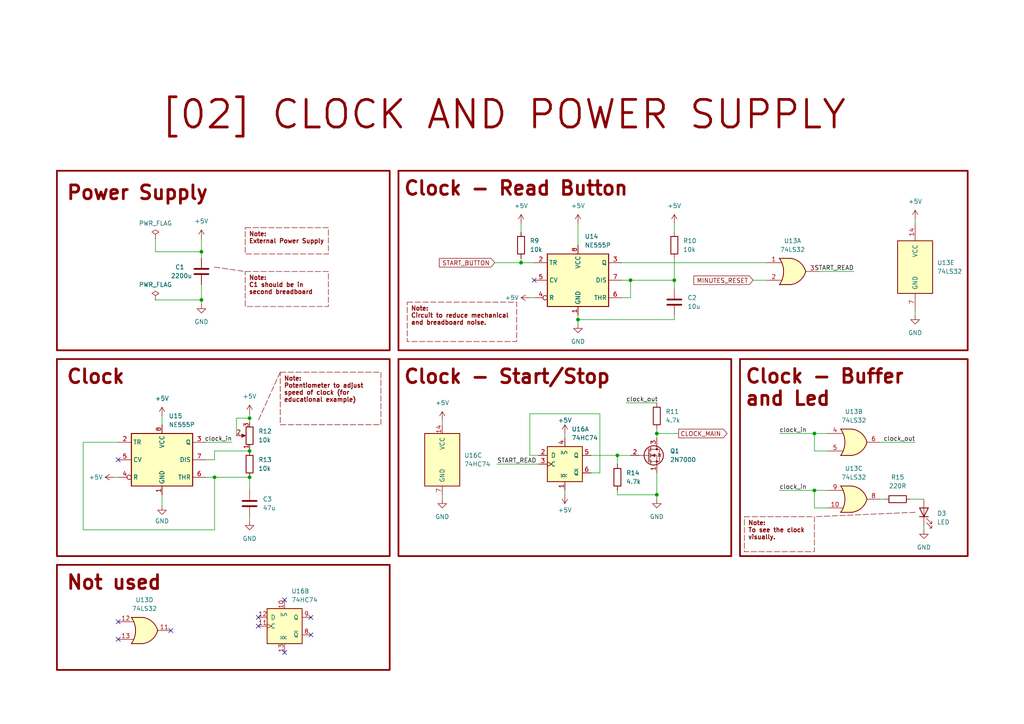
<source format=kicad_sch>
(kicad_sch (version 20230121) (generator eeschema)
  (paper "A4")
  (title_block (title "DIGITAL SCOREBOARD") (rev "1.0") (company "www.slemanz.com"))
  (lib_symbols
    (symbol "74xx:74HC74" (pin_names (offset 1.016))
      (property "Reference" "U" (at -7.62 8.89 0))
      (property "Value" "74HC74" (at -7.62 -8.89 0))
      (symbol "74HC74_1_0"
        (pin input line (at 0 -7.62 90) (length 2.54) (name "~{R}") (number "1"))
        (pin input line (at -7.62 2.54 0) (length 2.54) (name "D") (number "2"))
        (pin input clock (at -7.62 0 0) (length 2.54) (name "C") (number "3"))
        (pin input line (at 0 7.62 270) (length 2.54) (name "~{S}") (number "4"))
        (pin output line (at 7.62 2.54 180) (length 2.54) (name "Q") (number "5"))
        (pin output line (at 7.62 -2.54 180) (length 2.54) (name "~{Q}") (number "6"))
      )
      (symbol "74HC74_1_1"
        (rectangle (start -5.08 5.08) (end 5.08 -5.08) (stroke (width 0.254)) (fill (type background)))
      )
      (symbol "74HC74_2_0"
        (pin input line (at 0 7.62 270) (length 2.54) (name "~{S}") (number "10"))
        (pin input clock (at -7.62 0 0) (length 2.54) (name "C") (number "11"))
        (pin input line (at -7.62 2.54 0) (length 2.54) (name "D") (number "12"))
        (pin input line (at 0 -7.62 90) (length 2.54) (name "~{R}") (number "13"))
        (pin output line (at 7.62 -2.54 180) (length 2.54) (name "~{Q}") (number "8"))
        (pin output line (at 7.62 2.54 180) (length 2.54) (name "Q") (number "9"))
      )
      (symbol "74HC74_2_1"
        (rectangle (start -5.08 5.08) (end 5.08 -5.08) (stroke (width 0.254)) (fill (type background)))
      )
      (symbol "74HC74_3_0"
        (pin power_in line (at 0 10.16 270) (length 2.54) (name "VCC") (number "14"))
        (pin power_in line (at 0 -10.16 90) (length 2.54) (name "GND") (number "7"))
      )
      (symbol "74HC74_3_1"
        (rectangle (start -5.08 7.62) (end 5.08 -7.62) (stroke (width 0.254)) (fill (type background)))
      )
    )
    (symbol "74xx:74LS32" (pin_names (offset 1.016))
      (property "Reference" "U" (at 0 1.27 0))
      (property "Value" "74LS32" (at 0 -1.27 0))
      (symbol "74LS32_1_1"
        (arc (start -3.81 -3.81) (mid -2.589 0) (end -3.81 3.81) (stroke (width 0.254)))
        (arc (start -0.6096 -3.81) (mid 2.1842 -2.5851) (end 3.81 0) (stroke (width 0.254)) (fill (type background)))
        (polyline (pts (xy -3.81 -3.81) (xy -0.635 -3.81)) (stroke (width 0.254)) (fill (type background)))
        (polyline (pts (xy -3.81 3.81) (xy -0.635 3.81)) (stroke (width 0.254)) (fill (type background)))
        (polyline (pts (xy -0.635 3.81) (xy -3.81 3.81) (xy -3.81 3.81) (xy -3.556 3.4036) (xy -3.0226 2.2606) (xy -2.6924 1.0414) (xy -2.6162 -0.254) (xy -2.7686 -1.4986) (xy -3.175 -2.7178) (xy -3.81 -3.81) (xy -3.81 -3.81) (xy -0.635 -3.81)) (stroke (width -25.4)) (fill (type background)))
        (arc (start 3.81 0) (mid 2.1915 2.5936) (end -0.6096 3.81) (stroke (width 0.254)) (fill (type background)))
        (pin input line (at -7.62 2.54 0) (length 4.318) (name "~") (number "1"))
        (pin input line (at -7.62 -2.54 0) (length 4.318) (name "~") (number "2"))
        (pin output line (at 7.62 0 180) (length 3.81) (name "~") (number "3"))
      )
      (symbol "74LS32_1_2"
        (arc (start 0 -3.81) (mid 3.7934 0) (end 0 3.81) (stroke (width 0.254)) (fill (type background)))
        (polyline (pts (xy 0 3.81) (xy -3.81 3.81) (xy -3.81 -3.81) (xy 0 -3.81)) (stroke (width 0.254)) (fill (type background)))
        (pin input inverted (at -7.62 2.54 0) (length 3.81) (name "~") (number "1"))
        (pin input inverted (at -7.62 -2.54 0) (length 3.81) (name "~") (number "2"))
        (pin output inverted (at 7.62 0 180) (length 3.81) (name "~") (number "3"))
      )
      (symbol "74LS32_2_1"
        (arc (start -3.81 -3.81) (mid -2.589 0) (end -3.81 3.81) (stroke (width 0.254)))
        (arc (start -0.6096 -3.81) (mid 2.1842 -2.5851) (end 3.81 0) (stroke (width 0.254)) (fill (type background)))
        (polyline (pts (xy -3.81 -3.81) (xy -0.635 -3.81)) (stroke (width 0.254)) (fill (type background)))
        (polyline (pts (xy -3.81 3.81) (xy -0.635 3.81)) (stroke (width 0.254)) (fill (type background)))
        (polyline (pts (xy -0.635 3.81) (xy -3.81 3.81) (xy -3.81 3.81) (xy -3.556 3.4036) (xy -3.0226 2.2606) (xy -2.6924 1.0414) (xy -2.6162 -0.254) (xy -2.7686 -1.4986) (xy -3.175 -2.7178) (xy -3.81 -3.81) (xy -3.81 -3.81) (xy -0.635 -3.81)) (stroke (width -25.4)) (fill (type background)))
        (arc (start 3.81 0) (mid 2.1915 2.5936) (end -0.6096 3.81) (stroke (width 0.254)) (fill (type background)))
        (pin input line (at -7.62 2.54 0) (length 4.318) (name "~") (number "4"))
        (pin input line (at -7.62 -2.54 0) (length 4.318) (name "~") (number "5"))
        (pin output line (at 7.62 0 180) (length 3.81) (name "~") (number "6"))
      )
      (symbol "74LS32_2_2"
        (arc (start 0 -3.81) (mid 3.7934 0) (end 0 3.81) (stroke (width 0.254)) (fill (type background)))
        (polyline (pts (xy 0 3.81) (xy -3.81 3.81) (xy -3.81 -3.81) (xy 0 -3.81)) (stroke (width 0.254)) (fill (type background)))
        (pin input inverted (at -7.62 2.54 0) (length 3.81) (name "~") (number "4"))
        (pin input inverted (at -7.62 -2.54 0) (length 3.81) (name "~") (number "5"))
        (pin output inverted (at 7.62 0 180) (length 3.81) (name "~") (number "6"))
      )
      (symbol "74LS32_3_1"
        (arc (start -3.81 -3.81) (mid -2.589 0) (end -3.81 3.81) (stroke (width 0.254)))
        (arc (start -0.6096 -3.81) (mid 2.1842 -2.5851) (end 3.81 0) (stroke (width 0.254)) (fill (type background)))
        (polyline (pts (xy -3.81 -3.81) (xy -0.635 -3.81)) (stroke (width 0.254)) (fill (type background)))
        (polyline (pts (xy -3.81 3.81) (xy -0.635 3.81)) (stroke (width 0.254)) (fill (type background)))
        (polyline (pts (xy -0.635 3.81) (xy -3.81 3.81) (xy -3.81 3.81) (xy -3.556 3.4036) (xy -3.0226 2.2606) (xy -2.6924 1.0414) (xy -2.6162 -0.254) (xy -2.7686 -1.4986) (xy -3.175 -2.7178) (xy -3.81 -3.81) (xy -3.81 -3.81) (xy -0.635 -3.81)) (stroke (width -25.4)) (fill (type background)))
        (arc (start 3.81 0) (mid 2.1915 2.5936) (end -0.6096 3.81) (stroke (width 0.254)) (fill (type background)))
        (pin input line (at -7.62 -2.54 0) (length 4.318) (name "~") (number "10"))
        (pin output line (at 7.62 0 180) (length 3.81) (name "~") (number "8"))
        (pin input line (at -7.62 2.54 0) (length 4.318) (name "~") (number "9"))
      )
      (symbol "74LS32_3_2"
        (arc (start 0 -3.81) (mid 3.7934 0) (end 0 3.81) (stroke (width 0.254)) (fill (type background)))
        (polyline (pts (xy 0 3.81) (xy -3.81 3.81) (xy -3.81 -3.81) (xy 0 -3.81)) (stroke (width 0.254)) (fill (type background)))
        (pin input inverted (at -7.62 -2.54 0) (length 3.81) (name "~") (number "10"))
        (pin output inverted (at 7.62 0 180) (length 3.81) (name "~") (number "8"))
        (pin input inverted (at -7.62 2.54 0) (length 3.81) (name "~") (number "9"))
      )
      (symbol "74LS32_4_1"
        (arc (start -3.81 -3.81) (mid -2.589 0) (end -3.81 3.81) (stroke (width 0.254)))
        (arc (start -0.6096 -3.81) (mid 2.1842 -2.5851) (end 3.81 0) (stroke (width 0.254)) (fill (type background)))
        (polyline (pts (xy -3.81 -3.81) (xy -0.635 -3.81)) (stroke (width 0.254)) (fill (type background)))
        (polyline (pts (xy -3.81 3.81) (xy -0.635 3.81)) (stroke (width 0.254)) (fill (type background)))
        (polyline (pts (xy -0.635 3.81) (xy -3.81 3.81) (xy -3.81 3.81) (xy -3.556 3.4036) (xy -3.0226 2.2606) (xy -2.6924 1.0414) (xy -2.6162 -0.254) (xy -2.7686 -1.4986) (xy -3.175 -2.7178) (xy -3.81 -3.81) (xy -3.81 -3.81) (xy -0.635 -3.81)) (stroke (width -25.4)) (fill (type background)))
        (arc (start 3.81 0) (mid 2.1915 2.5936) (end -0.6096 3.81) (stroke (width 0.254)) (fill (type background)))
        (pin output line (at 7.62 0 180) (length 3.81) (name "~") (number "11"))
        (pin input line (at -7.62 2.54 0) (length 4.318) (name "~") (number "12"))
        (pin input line (at -7.62 -2.54 0) (length 4.318) (name "~") (number "13"))
      )
      (symbol "74LS32_4_2"
        (arc (start 0 -3.81) (mid 3.7934 0) (end 0 3.81) (stroke (width 0.254)) (fill (type background)))
        (polyline (pts (xy 0 3.81) (xy -3.81 3.81) (xy -3.81 -3.81) (xy 0 -3.81)) (stroke (width 0.254)) (fill (type background)))
        (pin output inverted (at 7.62 0 180) (length 3.81) (name "~") (number "11"))
        (pin input inverted (at -7.62 2.54 0) (length 3.81) (name "~") (number "12"))
        (pin input inverted (at -7.62 -2.54 0) (length 3.81) (name "~") (number "13"))
      )
      (symbol "74LS32_5_0"
        (pin power_in line (at 0 12.7 270) (length 5.08) (name "VCC") (number "14"))
        (pin power_in line (at 0 -12.7 90) (length 5.08) (name "GND") (number "7"))
      )
      (symbol "74LS32_5_1"
        (rectangle (start -5.08 7.62) (end 5.08 -7.62) (stroke (width 0.254)) (fill (type background)))
      )
    )
    (symbol "Device:C" (pin_numbers hide) (pin_names (offset 0.254))
      (property "Reference" "C" (at 0.635 2.54 0))
      (property "Value" "C" (at 0.635 -2.54 0))
      (symbol "C_0_1"
        (polyline (pts (xy -2.032 -0.762) (xy 2.032 -0.762)) (stroke (width 0.508)))
        (polyline (pts (xy -2.032 0.762) (xy 2.032 0.762)) (stroke (width 0.508)))
      )
      (symbol "C_1_1"
        (pin passive line (at 0 3.81 270) (length 2.794) (name "~") (number "1"))
        (pin passive line (at 0 -3.81 90) (length 2.794) (name "~") (number "2"))
      )
    )
    (symbol "Device:LED" (pin_numbers hide) (pin_names (offset 1.016) hide)
      (property "Reference" "D" (at 0 2.54 0))
      (property "Value" "LED" (at 0 -2.54 0))
      (symbol "LED_0_1"
        (polyline (pts (xy -1.27 -1.27) (xy -1.27 1.27)) (stroke (width 0.254)))
        (polyline (pts (xy -1.27 0) (xy 1.27 0)))
        (polyline (pts (xy 1.27 -1.27) (xy 1.27 1.27) (xy -1.27 0) (xy 1.27 -1.27)) (stroke (width 0.254)))
        (polyline (pts (xy -3.048 -0.762) (xy -4.572 -2.286) (xy -3.81 -2.286) (xy -4.572 -2.286) (xy -4.572 -1.524)))
        (polyline (pts (xy -1.778 -0.762) (xy -3.302 -2.286) (xy -2.54 -2.286) (xy -3.302 -2.286) (xy -3.302 -1.524)))
      )
      (symbol "LED_1_1"
        (pin passive line (at -3.81 0 0) (length 2.54) (name "K") (number "1"))
        (pin passive line (at 3.81 0 180) (length 2.54) (name "A") (number "2"))
      )
    )
    (symbol "Device:R" (pin_numbers hide) (pin_names (offset 0))
      (property "Reference" "R" (at 2.032 0 90))
      (property "Value" "R" (at 0 0 90))
      (symbol "R_0_1"
        (rectangle (start -1.016 -2.54) (end 1.016 2.54) (stroke (width 0.254)))
      )
      (symbol "R_1_1"
        (pin passive line (at 0 3.81 270) (length 1.27) (name "~") (number "1"))
        (pin passive line (at 0 -3.81 90) (length 1.27) (name "~") (number "2"))
      )
    )
    (symbol "Device:R_Potentiometer" (pin_names (offset 1.016) hide)
      (property "Reference" "RV" (at -4.445 0 90))
      (property "Value" "R_Potentiometer" (at -2.54 0 90))
      (symbol "R_Potentiometer_0_1"
        (polyline (pts (xy 2.54 0) (xy 1.524 0)))
        (polyline (pts (xy 1.143 0) (xy 2.286 0.508) (xy 2.286 -0.508) (xy 1.143 0)) (fill (type outline)))
        (rectangle (start 1.016 2.54) (end -1.016 -2.54) (stroke (width 0.254)))
      )
      (symbol "R_Potentiometer_1_1"
        (pin passive line (at 0 3.81 270) (length 1.27) (name "1") (number "1"))
        (pin passive line (at 3.81 0 180) (length 1.27) (name "2") (number "2"))
        (pin passive line (at 0 -3.81 90) (length 1.27) (name "3") (number "3"))
      )
    )
    (symbol "Timer:NE555P"
      (property "Reference" "U" (at -10.16 8.89 0))
      (property "Value" "NE555P" (at 2.54 8.89 0))
      (symbol "NE555P_0_0"
        (pin power_in line (at 0 -10.16 90) (length 2.54) (name "GND") (number "1"))
        (pin power_in line (at 0 10.16 270) (length 2.54) (name "VCC") (number "8"))
      )
      (symbol "NE555P_0_1"
        (rectangle (start -8.89 -7.62) (end 8.89 7.62) (stroke (width 0.254)) (fill (type background)))
        (rectangle (start -8.89 -7.62) (end 8.89 7.62) (stroke (width 0.254)) (fill (type background)))
      )
      (symbol "NE555P_1_1"
        (pin input line (at -12.7 5.08 0) (length 3.81) (name "TR") (number "2"))
        (pin output line (at 12.7 5.08 180) (length 3.81) (name "Q") (number "3"))
        (pin input inverted (at -12.7 -5.08 0) (length 3.81) (name "R") (number "4"))
        (pin input line (at -12.7 0 0) (length 3.81) (name "CV") (number "5"))
        (pin input line (at 12.7 -5.08 180) (length 3.81) (name "THR") (number "6"))
        (pin input line (at 12.7 0 180) (length 3.81) (name "DIS") (number "7"))
      )
    )
    (symbol "Transistor_FET:2N7000" (pin_names hide)
      (property "Reference" "Q" (at 5.08 1.905 0))
      (property "Value" "2N7000" (at 5.08 0 0))
      (symbol "2N7000_0_1"
        (polyline (pts (xy 0.254 0) (xy -2.54 0)))
        (polyline (pts (xy 0.254 1.905) (xy 0.254 -1.905)) (stroke (width 0.254)))
        (polyline (pts (xy 0.762 -1.27) (xy 0.762 -2.286)) (stroke (width 0.254)))
        (polyline (pts (xy 0.762 0.508) (xy 0.762 -0.508)) (stroke (width 0.254)))
        (polyline (pts (xy 0.762 2.286) (xy 0.762 1.27)) (stroke (width 0.254)))
        (polyline (pts (xy 2.54 2.54) (xy 2.54 1.778)))
        (polyline (pts (xy 2.54 -2.54) (xy 2.54 0) (xy 0.762 0)))
        (polyline (pts (xy 0.762 -1.778) (xy 3.302 -1.778) (xy 3.302 1.778) (xy 0.762 1.778)))
        (polyline (pts (xy 1.016 0) (xy 2.032 0.381) (xy 2.032 -0.381) (xy 1.016 0)) (fill (type outline)))
        (polyline (pts (xy 2.794 0.508) (xy 2.921 0.381) (xy 3.683 0.381) (xy 3.81 0.254)))
        (polyline (pts (xy 3.302 0.381) (xy 2.921 -0.254) (xy 3.683 -0.254) (xy 3.302 0.381)))
        (circle (center 1.651 0) (radius 2.794) (stroke (width 0.254)))
        (circle (center 2.54 -1.778) (radius 0.254) (fill (type outline)))
        (circle (center 2.54 1.778) (radius 0.254) (fill (type outline)))
      )
      (symbol "2N7000_1_1"
        (pin passive line (at 2.54 -5.08 90) (length 2.54) (name "S") (number "1"))
        (pin input line (at -5.08 0 0) (length 2.54) (name "G") (number "2"))
        (pin passive line (at 2.54 5.08 270) (length 2.54) (name "D") (number "3"))
      )
    )
    (symbol "power:+5V" (power) (pin_names (offset 0))
      (property "Value" "+5V" (at 0 3.556 0))
      (symbol "+5V_0_1"
        (polyline (pts (xy -0.762 1.27) (xy 0 2.54)))
        (polyline (pts (xy 0 0) (xy 0 2.54)))
        (polyline (pts (xy 0 2.54) (xy 0.762 1.27)))
      )
      (symbol "+5V_1_1"
        (pin power_in line (at 0 0 90) (length 0) hide (name "+5V") (number "1"))
      )
    )
    (symbol "power:GND" (power) (pin_names (offset 0))
      (property "Value" "GND" (at 0 -3.81 0))
      (symbol "GND_0_1"
        (polyline (pts (xy 0 0) (xy 0 -1.27) (xy 1.27 -1.27) (xy 0 -2.54) (xy -1.27 -1.27) (xy 0 -1.27)))
      )
      (symbol "GND_1_1"
        (pin power_in line (at 0 0 270) (length 0) hide (name "GND") (number "1"))
      )
    )
    (symbol "power:PWR_FLAG" (power) (pin_numbers hide) (pin_names (offset 0) hide)
      (property "Value" "PWR_FLAG" (at 0 3.81 0))
      (symbol "PWR_FLAG_0_0"
        (pin power_out line (at 0 0 90) (length 0) (name "pwr") (number "1"))
      )
      (symbol "PWR_FLAG_0_1"
        (polyline (pts (xy 0 0) (xy 0 1.27) (xy -1.016 1.905) (xy 0 2.54) (xy 1.016 1.905) (xy 0 1.27)))
      )
    )
  )
  (junction (at 58.42 73.025))
  (junction (at 151.13 76.2))
  (junction (at 190.5 143.51))
  (junction (at 236.22 125.73))
  (junction (at 182.88 81.28))
  (junction (at 236.22 142.24))
  (junction (at 72.39 138.43))
  (junction (at 167.64 92.71))
  (junction (at 179.07 132.08))
  (junction (at 190.5 125.73))
  (junction (at 58.42 86.995))
  (junction (at 72.39 121.285))
  (junction (at 62.23 138.43))
  (junction (at 72.39 130.81))
  (junction (at 195.58 81.28))
  (no_connect (at 49.53 182.88))
  (no_connect (at 90.17 179.07))
  (no_connect (at 74.93 181.61))
  (no_connect (at 34.29 180.34))
  (no_connect (at 82.55 189.23))
  (no_connect (at 34.29 185.42))
  (no_connect (at 82.55 173.99))
  (no_connect (at 74.93 179.07))
  (no_connect (at 34.29 133.35))
  (no_connect (at 90.17 184.15))
  (no_connect (at 154.94 81.28))
  (wire (pts (xy 72.39 138.43) (xy 72.39 142.24)))
  (wire (pts (xy 267.97 152.4) (xy 267.97 153.67)))
  (wire (pts (xy 72.39 120.015) (xy 72.39 121.285)))
  (wire (pts (xy 45.085 86.995) (xy 58.42 86.995)))
  (wire (pts (xy 167.64 92.71) (xy 167.64 91.44)))
  (wire (pts (xy 128.27 143.51) (xy 128.27 144.78)))
  (wire (pts (xy 255.27 144.78) (xy 256.54 144.78)))
  (wire (pts (xy 72.39 149.86) (xy 72.39 151.13)))
  (wire (pts (xy 59.69 133.35) (xy 62.23 133.35)))
  (wire (pts (xy 195.58 92.71) (xy 195.58 91.44)))
  (wire (pts (xy 34.29 128.27) (xy 24.13 128.27)))
  (wire (pts (xy 181.61 116.84) (xy 190.5 116.84)))
  (wire (pts (xy 167.64 64.77) (xy 167.64 71.12)))
  (wire (pts (xy 179.07 142.24) (xy 179.07 143.51)))
  (wire (pts (xy 68.58 121.285) (xy 72.39 121.285)))
  (wire (pts (xy 190.5 125.73) (xy 196.85 125.73)))
  (wire (pts (xy 46.99 143.51) (xy 46.99 146.685)))
  (wire (pts (xy 236.22 142.24) (xy 236.22 147.32)))
  (wire (pts (xy 190.5 143.51) (xy 190.5 144.78)))
  (wire (pts (xy 265.43 90.17) (xy 265.43 91.44)))
  (wire (pts (xy 218.44 81.28) (xy 222.25 81.28)))
  (wire (pts (xy 46.99 120.65) (xy 46.99 123.19)))
  (wire (pts (xy 153.67 86.36) (xy 154.94 86.36)))
  (wire (pts (xy 195.58 64.77) (xy 195.58 67.31)))
  (wire (pts (xy 236.22 142.24) (xy 226.06 142.24)))
  (wire (pts (xy 236.22 125.73) (xy 226.06 125.73)))
  (wire (pts (xy 182.88 81.28) (xy 180.34 81.28)))
  (wire (pts (xy 171.45 132.08) (xy 179.07 132.08)))
  (wire (pts (xy 182.88 86.36) (xy 182.88 81.28)))
  (wire (pts (xy 72.39 121.285) (xy 72.39 122.555)))
  (wire (pts (xy 190.5 143.51) (xy 190.5 137.16)))
  (wire (pts (xy 128.27 121.92) (xy 128.27 123.19)))
  (wire (pts (xy 265.43 63.5) (xy 265.43 64.77)))
  (wire (pts (xy 264.16 144.78) (xy 267.97 144.78)))
  (wire (pts (xy 255.27 128.27) (xy 265.43 128.27)))
  (wire (pts (xy 58.42 73.025) (xy 58.42 74.93)))
  (wire (pts (xy 237.49 78.74) (xy 247.65 78.74)))
  (wire (pts (xy 62.23 138.43) (xy 62.23 153.67)))
  (wire (pts (xy 144.145 134.62) (xy 156.21 134.62)))
  (wire (pts (xy 62.23 133.35) (xy 62.23 130.81)))
  (wire (pts (xy 153.67 132.08) (xy 153.67 120.015)))
  (wire (pts (xy 240.03 125.73) (xy 236.22 125.73)))
  (polyline (pts (xy 81.28 107.95) (xy 74.93 121.92)) (stroke (width 0.15) (type dash) (color 132 0 0 1)))
  (wire (pts (xy 180.34 86.36) (xy 182.88 86.36)))
  (wire (pts (xy 236.22 125.73) (xy 236.22 130.81)))
  (wire (pts (xy 45.085 73.025) (xy 45.085 69.215)))
  (wire (pts (xy 58.42 73.025) (xy 45.085 73.025)))
  (wire (pts (xy 163.83 142.24) (xy 163.83 143.51)))
  (wire (pts (xy 59.69 138.43) (xy 62.23 138.43)))
  (wire (pts (xy 195.58 74.93) (xy 195.58 81.28)))
  (wire (pts (xy 72.39 130.175) (xy 72.39 130.81)))
  (wire (pts (xy 190.5 124.46) (xy 190.5 125.73)))
  (wire (pts (xy 58.42 86.995) (xy 58.42 88.265)))
  (wire (pts (xy 151.13 64.77) (xy 151.13 67.31)))
  (wire (pts (xy 236.22 147.32) (xy 240.03 147.32)))
  (polyline (pts (xy 265.43 148.59) (xy 236.22 149.86)) (stroke (width 0.15) (type dash) (color 132 0 0 1)))
  (wire (pts (xy 195.58 81.28) (xy 195.58 83.82)))
  (wire (pts (xy 240.03 142.24) (xy 236.22 142.24)))
  (wire (pts (xy 151.13 74.93) (xy 151.13 76.2)))
  (wire (pts (xy 24.13 153.67) (xy 62.23 153.67)))
  (wire (pts (xy 180.34 76.2) (xy 222.25 76.2)))
  (wire (pts (xy 62.23 138.43) (xy 72.39 138.43)))
  (wire (pts (xy 179.07 132.08) (xy 179.07 134.62)))
  (polyline (pts (xy 62.23 77.47) (xy 71.12 78.74)) (stroke (width 0.15) (type dash) (color 132 0 0 1)))
  (wire (pts (xy 24.13 128.27) (xy 24.13 153.67)))
  (wire (pts (xy 179.07 132.08) (xy 182.88 132.08)))
  (wire (pts (xy 58.42 69.215) (xy 58.42 73.025)))
  (wire (pts (xy 59.69 128.27) (xy 67.31 128.27)))
  (wire (pts (xy 151.13 76.2) (xy 154.94 76.2)))
  (wire (pts (xy 167.64 92.71) (xy 167.64 93.98)))
  (wire (pts (xy 62.23 130.81) (xy 72.39 130.81)))
  (wire (pts (xy 179.07 143.51) (xy 190.5 143.51)))
  (wire (pts (xy 33.02 138.43) (xy 34.29 138.43)))
  (wire (pts (xy 173.99 137.16) (xy 171.45 137.16)))
  (wire (pts (xy 153.67 120.015) (xy 173.99 120.015)))
  (wire (pts (xy 163.83 127) (xy 163.83 125.73)))
  (wire (pts (xy 236.22 130.81) (xy 240.03 130.81)))
  (wire (pts (xy 143.51 76.2) (xy 151.13 76.2)))
  (wire (pts (xy 173.99 120.015) (xy 173.99 137.16)))
  (wire (pts (xy 190.5 125.73) (xy 190.5 127)))
  (wire (pts (xy 156.21 132.08) (xy 153.67 132.08)))
  (wire (pts (xy 68.58 126.365) (xy 68.58 121.285)))
  (wire (pts (xy 182.88 81.28) (xy 195.58 81.28)))
  (wire (pts (xy 58.42 82.55) (xy 58.42 86.995)))
  (wire (pts (xy 167.64 92.71) (xy 195.58 92.71)))
  (rectangle (start 115.57 104.14) (end 212.09 161.29) (stroke (width 0.5) (color 132 0 0 1)))
  (rectangle (start 16.51 49.53) (end 113.03 101.6) (stroke (width 0.5) (color 132 0 0 1)))
  (rectangle (start 115.57 49.53) (end 280.67 101.6) (stroke (width 0.5) (color 132 0 0 1)))
  (rectangle (start 16.51 163.83) (end 113.03 194.31) (stroke (width 0.5) (color 132 0 0 1)))
  (rectangle (start 214.63 104.14) (end 280.67 161.29) (stroke (width 0.5) (color 132 0 0 1)))
  (rectangle (start 16.51 104.14) (end 113.03 161.29) (stroke (width 0.5) (color 132 0 0 1)))
  (text_box "Note:\nCircuit to reduce mechanical and breadboard noise." (at 118.11 87.63 0) (size 31.75 11.43) (stroke (width 0.15) (type dash) (color 132 0 0 1)) (effects (font (size 1.27 1.27) (thickness 0.254) bold) (justify left top)))
  (text_box "Note:\nPotentiometer to adjust speed of clock (for educational example)" (at 81.28 107.95 0) (size 29.21 15.24) (stroke (width 0.15) (type dash) (color 132 0 0 1)) (effects (font (size 1.27 1.27) (thickness 0.254) bold) (justify left top)))
  (text_box "Note:\nExternal Power Supply" (at 71.12 66.04 0) (size 24.13 7.62) (stroke (width 0.15) (type dash) (color 132 0 0 1)) (effects (font (size 1.27 1.27) (thickness 0.254) bold) (justify left top)))
  (text_box "Note:\nC1 should be in second breadboard" (at 71.12 78.74 0) (size 24.13 10.16) (stroke (width 0.15) (type dash) (color 132 0 0 1)) (effects (font (size 1.27 1.27) (thickness 0.254) bold) (justify left top)))
  (text_box "Note:\nTo see the clock visually." (at 215.9 149.86 0) (size 20.32 10.16) (stroke (width 0.15) (type dash) (color 132 0 0 1)) (effects (font (size 1.27 1.27) (thickness 0.254) bold) (justify left top)))
  (text "Power Supply" (at 19.05 58.42 0) (effects (font (size 4 4) (thickness 0.8) bold) (justify left bottom)))
  (text "Not used" (at 19.05 171.45 0) (effects (font (size 4 4) (thickness 0.8) bold) (justify left bottom)))
  (text "Clock - Buffer\nand Led" (at 215.9 118.11 0) (effects (font (size 4 4) (thickness 0.8) bold) (justify left bottom)))
  (text "Clock" (at 19.05 111.76 0) (effects (font (size 4 4) (thickness 0.8) bold) (justify left bottom)))
  (text "[02] CLOCK AND POWER SUPPLY" (at 46.355 38.1 0) (effects (font (size 8 8) (thickness 0.8) bold) (justify left bottom)))
  (text "Clock - Start/Stop" (at 116.84 111.76 0) (effects (font (size 4 4) (thickness 0.8) bold) (justify left bottom)))
  (text "Clock - Read Button" (at 116.84 57.15 0) (effects (font (size 4 4) (thickness 0.8) bold) (justify left bottom)))
  (label "clock_in" (at 226.06 142.24 0))
  (label "clock_in" (at 67.31 128.27 180))
  (label "clock_out" (at 181.61 116.84 0))
  (label "clock_in" (at 226.06 125.73 0))
  (label "clock_out" (at 265.43 128.27 180))
  (label "START_READ" (at 247.65 78.74 180))
  (label "START_READ" (at 144.145 134.62 0))
  (global_label "MINUTES_RESET" (shape input) (at 218.44 81.28 180) (property "Intersheetrefs" "${INTERSHEET_REFS}" (effects hide)))
  (global_label "CLOCK_MAIN" (shape output) (at 196.85 125.73 0) (property "Intersheetrefs" "${INTERSHEET_REFS}" (effects hide)))
  (global_label "START_BUTTON" (shape input) (at 143.51 76.2 180) (property "Intersheetrefs" "${INTERSHEET_REFS}" (effects hide)))
  (symbol (lib_id "74xx:74HC74") (at 82.55 181.61 0) (unit 2)
    (property "Reference" "U16" (at 84.5059 171.45 0) (effects (justify left)))
    (property "Value" "74HC74" (at 84.5059 173.99 0) (effects (justify left)))
    (property "Datasheet" "74xx/74hc_hct74.pdf" (effects hide))
  )
  (symbol (lib_id "Device:C") (at 58.42 78.74 0) (unit 1)
    (property "Reference" "C1" (at 50.8 77.47 0) (effects (justify left)))
    (property "Value" "2200u" (at 49.53 80.01 0) (effects (justify left)))
  )
  (symbol (lib_id "Device:C") (at 72.39 146.05 0) (unit 1)
    (property "Reference" "C3" (at 76.2 144.78 0) (effects (justify left)))
    (property "Value" "47u" (at 76.2 147.32 0) (effects (justify left)))
  )
  (symbol (lib_id "power:+5V") (at 128.27 121.92 0) (unit 1)
    (property "Reference" "#PWR037" (effects hide))
    (property "Value" "+5V" (at 128.27 116.84 0))
  )
  (symbol (lib_id "74xx:74LS32") (at 41.91 182.88 0) (unit 4)
    (property "Reference" "U13" (at 41.91 173.99 0))
    (property "Value" "74LS32" (at 41.91 176.53 0))
    (property "Datasheet" "http://www.ti.com/lit/gpn/sn74LS32" (effects hide))
  )
  (symbol (lib_id "power:GND") (at 58.42 88.265 0) (unit 1)
    (property "Reference" "#PWR032" (effects hide))
    (property "Value" "GND" (at 58.42 93.345 0))
  )
  (symbol (lib_id "Device:R_Potentiometer") (at 72.39 126.365 180) (unit 1)
    (property "Reference" "R12" (at 74.93 125.095 0) (effects (justify right)))
    (property "Value" "10k" (at 74.93 127.635 0) (effects (justify right)))
  )
  (symbol (lib_id "74xx:74LS32") (at 247.65 144.78 0) (unit 3)
    (property "Reference" "U13" (at 247.65 135.89 0))
    (property "Value" "74LS32" (at 247.65 138.43 0))
    (property "Datasheet" "http://www.ti.com/lit/gpn/sn74LS32" (effects hide))
  )
  (symbol (lib_id "power:+5V") (at 163.83 143.51 180) (unit 1)
    (property "Reference" "#PWR040" (effects hide))
    (property "Value" "+5V" (at 163.83 147.955 0))
  )
  (symbol (lib_id "Device:R") (at 151.13 71.12 0) (unit 1)
    (property "Reference" "R9" (at 153.67 69.85 0) (effects (justify left)))
    (property "Value" "10k" (at 153.67 72.39 0) (effects (justify left)))
  )
  (symbol (lib_id "power:GND") (at 72.39 151.13 0) (unit 1)
    (property "Reference" "#PWR044" (effects hide))
    (property "Value" "GND" (at 72.39 156.21 0))
  )
  (symbol (lib_id "power:+5V") (at 153.67 86.36 90) (unit 1)
    (property "Reference" "#PWR031" (effects hide))
    (property "Value" "+5V" (at 150.495 86.36 90) (effects (justify left)))
  )
  (symbol (lib_id "power:GND") (at 128.27 144.78 0) (unit 1)
    (property "Reference" "#PWR041" (effects hide))
    (property "Value" "GND" (at 128.27 149.86 0))
  )
  (symbol (lib_id "power:+5V") (at 46.99 120.65 0) (unit 1)
    (property "Reference" "#PWR036" (effects hide))
    (property "Value" "+5V" (at 46.99 115.57 0))
  )
  (symbol (lib_id "74xx:74LS32") (at 265.43 77.47 0) (unit 5)
    (property "Reference" "U13" (at 271.78 76.2 0) (effects (justify left)))
    (property "Value" "74LS32" (at 271.78 78.74 0) (effects (justify left)))
    (property "Datasheet" "http://www.ti.com/lit/gpn/sn74LS32" (effects hide))
  )
  (symbol (lib_id "Timer:NE555P") (at 167.64 81.28 0) (unit 1)
    (property "Reference" "U14" (at 169.5959 68.58 0) (effects (justify left)))
    (property "Value" "NE555P" (at 169.5959 71.12 0) (effects (justify left)))
    (property "Footprint" "Package_DIP:DIP-8_W7.62mm" (effects hide))
    (property "Datasheet" "http://www.ti.com/lit/ds/symlink/ne555.pdf" (effects hide))
  )
  (symbol (lib_id "power:GND") (at 190.5 144.78 0) (unit 1)
    (property "Reference" "#PWR042" (effects hide))
    (property "Value" "GND" (at 190.5 149.86 0))
  )
  (symbol (lib_id "power:GND") (at 265.43 91.44 0) (unit 1)
    (property "Reference" "#PWR033" (effects hide))
    (property "Value" "GND" (at 265.43 96.52 0))
  )
  (symbol (lib_id "74xx:74HC74") (at 163.83 134.62 0) (unit 1)
    (property "Reference" "U16" (at 165.7859 124.46 0) (effects (justify left)))
    (property "Value" "74HC74" (at 165.7859 127 0) (effects (justify left)))
    (property "Datasheet" "74xx/74hc_hct74.pdf" (effects hide))
  )
  (symbol (lib_id "power:PWR_FLAG") (at 45.085 69.215 0) (unit 1)
    (property "Reference" "#FLG01" (effects hide))
    (property "Value" "PWR_FLAG" (at 45.085 64.77 0))
  )
  (symbol (lib_id "Device:R") (at 179.07 138.43 0) (unit 1)
    (property "Reference" "R14" (at 181.61 137.16 0) (effects (justify left)))
    (property "Value" "4.7k" (at 181.61 139.7 0) (effects (justify left)))
  )
  (symbol (lib_id "Device:LED") (at 267.97 148.59 90) (unit 1)
    (property "Reference" "D3" (at 271.78 148.9075 90) (effects (justify right)))
    (property "Value" "LED" (at 271.78 151.4475 90) (effects (justify right)))
  )
  (symbol (lib_id "power:+5V") (at 72.39 120.015 0) (unit 1)
    (property "Reference" "#PWR035" (effects hide))
    (property "Value" "+5V" (at 72.39 114.935 0))
  )
  (symbol (lib_id "power:GND") (at 267.97 153.67 0) (unit 1)
    (property "Reference" "#PWR045" (effects hide))
    (property "Value" "GND" (at 267.97 158.75 0))
  )
  (symbol (lib_id "Device:R") (at 195.58 71.12 0) (unit 1)
    (property "Reference" "R10" (at 198.12 69.85 0) (effects (justify left)))
    (property "Value" "10k" (at 198.12 72.39 0) (effects (justify left)))
  )
  (symbol (lib_id "power:GND") (at 167.64 93.98 0) (unit 1)
    (property "Reference" "#PWR034" (effects hide))
    (property "Value" "GND" (at 167.64 99.06 0))
  )
  (symbol (lib_id "power:+5V") (at 195.58 64.77 0) (unit 1)
    (property "Reference" "#PWR029" (effects hide))
    (property "Value" "+5V" (at 195.58 59.69 0))
  )
  (symbol (lib_id "74xx:74LS32") (at 247.65 128.27 0) (unit 2)
    (property "Reference" "U13" (at 247.65 119.38 0))
    (property "Value" "74LS32" (at 247.65 121.92 0))
    (property "Datasheet" "http://www.ti.com/lit/gpn/sn74LS32" (effects hide))
  )
  (symbol (lib_id "Device:C") (at 195.58 87.63 0) (unit 1)
    (property "Reference" "C2" (at 199.39 86.36 0) (effects (justify left)))
    (property "Value" "10u" (at 199.39 88.9 0) (effects (justify left)))
  )
  (symbol (lib_id "Device:R") (at 260.35 144.78 90) (unit 1)
    (property "Reference" "R15" (at 260.35 138.43 90))
    (property "Value" "220R" (at 260.35 140.97 90))
  )
  (symbol (lib_id "power:PWR_FLAG") (at 45.085 86.995 0) (unit 1)
    (property "Reference" "#FLG02" (effects hide))
    (property "Value" "PWR_FLAG" (at 45.085 82.55 0))
  )
  (symbol (lib_id "Timer:NE555P") (at 46.99 133.35 0) (unit 1)
    (property "Reference" "U15" (at 48.9459 120.65 0) (effects (justify left)))
    (property "Value" "NE555P" (at 48.9459 123.19 0) (effects (justify left)))
    (property "Footprint" "Package_DIP:DIP-8_W7.62mm" (effects hide))
    (property "Datasheet" "http://www.ti.com/lit/ds/symlink/ne555.pdf" (effects hide))
  )
  (symbol (lib_id "power:+5V") (at 265.43 63.5 0) (unit 1)
    (property "Reference" "#PWR026" (effects hide))
    (property "Value" "+5V" (at 265.43 58.42 0))
  )
  (symbol (lib_id "Device:R") (at 190.5 120.65 0) (unit 1)
    (property "Reference" "R11" (at 193.04 119.38 0) (effects (justify left)))
    (property "Value" "4.7k" (at 193.04 121.92 0) (effects (justify left)))
  )
  (symbol (lib_id "74xx:74HC74") (at 128.27 133.35 0) (unit 3)
    (property "Reference" "U16" (at 134.62 132.08 0) (effects (justify left)))
    (property "Value" "74HC74" (at 134.62 134.62 0) (effects (justify left)))
    (property "Datasheet" "74xx/74hc_hct74.pdf" (effects hide))
  )
  (symbol (lib_id "power:+5V") (at 58.42 69.215 0) (unit 1)
    (property "Reference" "#PWR030" (effects hide))
    (property "Value" "+5V" (at 58.42 64.135 0))
  )
  (symbol (lib_id "Transistor_FET:2N7000") (at 187.96 132.08 0) (unit 1)
    (property "Reference" "Q1" (at 194.31 130.81 0) (effects (justify left)))
    (property "Value" "2N7000" (at 194.31 133.35 0) (effects (justify left)))
    (property "Footprint" "Package_TO_SOT_THT:TO-92_Inline" (effects hide))
    (property "Datasheet" "https://www.vishay.com/docs/70226/70226.pdf" (effects hide))
  )
  (symbol (lib_id "74xx:74LS32") (at 229.87 78.74 0) (unit 1)
    (property "Reference" "U13" (at 229.87 69.85 0))
    (property "Value" "74LS32" (at 229.87 72.39 0))
    (property "Datasheet" "http://www.ti.com/lit/gpn/sn74LS32" (effects hide))
  )
  (symbol (lib_id "power:+5V") (at 151.13 64.77 0) (unit 1)
    (property "Reference" "#PWR027" (effects hide))
    (property "Value" "+5V" (at 151.13 59.69 0))
  )
  (symbol (lib_id "power:+5V") (at 163.83 125.73 0) (unit 1)
    (property "Reference" "#PWR038" (effects hide))
    (property "Value" "+5V" (at 163.83 121.92 0))
  )
  (symbol (lib_id "power:+5V") (at 167.64 64.77 0) (unit 1)
    (property "Reference" "#PWR028" (effects hide))
    (property "Value" "+5V" (at 167.64 59.69 0))
  )
  (symbol (lib_id "power:GND") (at 46.99 146.685 0) (unit 1)
    (property "Reference" "#PWR043" (effects hide))
    (property "Value" "GND" (at 46.99 151.13 0))
  )
  (symbol (lib_id "power:+5V") (at 33.02 138.43 90) (unit 1)
    (property "Reference" "#PWR039" (effects hide))
    (property "Value" "+5V" (at 29.845 138.43 90) (effects (justify left)))
  )
  (symbol (lib_id "Device:R") (at 72.39 134.62 0) (unit 1)
    (property "Reference" "R13" (at 74.93 133.35 0) (effects (justify left)))
    (property "Value" "10k" (at 74.93 135.89 0) (effects (justify left)))
  )
)
</source>
